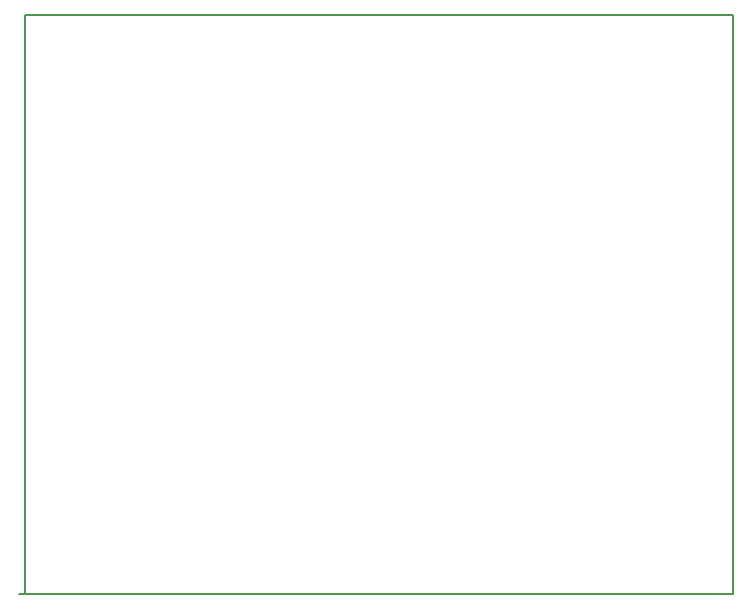
<source format=gbr>
G04 #@! TF.FileFunction,Profile,NP*
%FSLAX46Y46*%
G04 Gerber Fmt 4.6, Leading zero omitted, Abs format (unit mm)*
G04 Created by KiCad (PCBNEW (2015-09-03 BZR 6154)-product) date 2015 September 07, Monday 13:00:52*
%MOMM*%
G01*
G04 APERTURE LIST*
%ADD10C,0.100000*%
%ADD11C,0.150000*%
G04 APERTURE END LIST*
D10*
D11*
X154000000Y-121000000D02*
X214500000Y-121000000D01*
X154500000Y-72000000D02*
X154500000Y-120853200D01*
X214500000Y-72000000D02*
X154500000Y-72000000D01*
X214500000Y-121000000D02*
X214500000Y-72000000D01*
M02*

</source>
